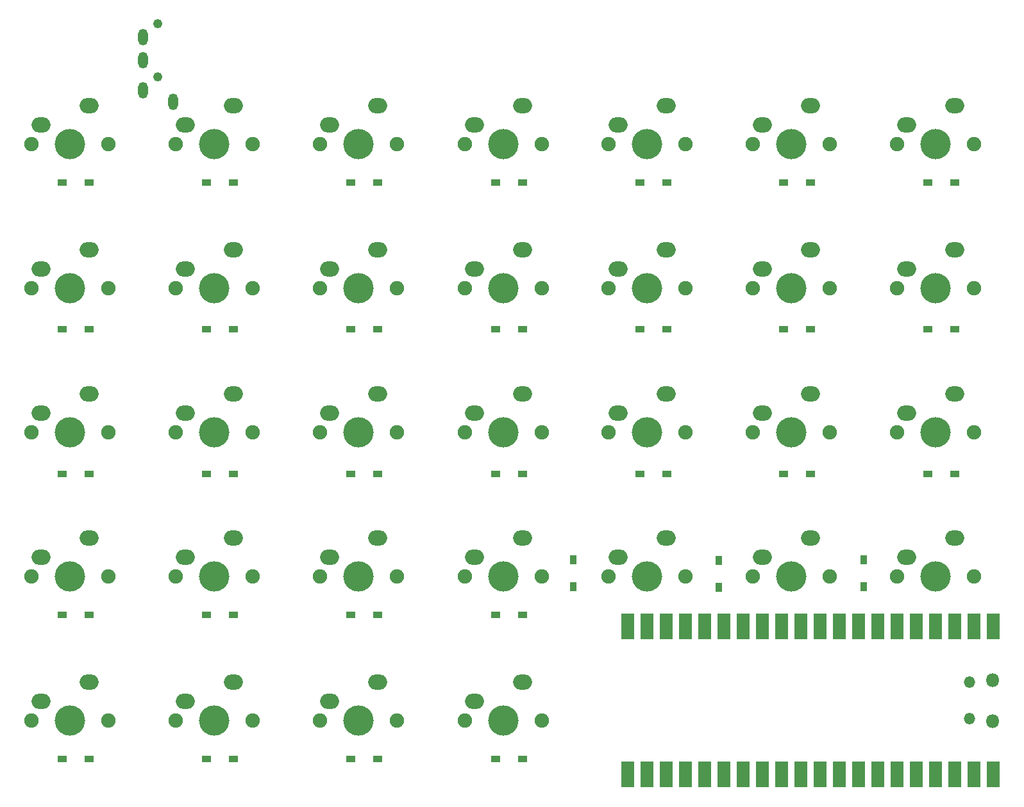
<source format=gbr>
%TF.GenerationSoftware,KiCad,Pcbnew,(7.0.0-0)*%
%TF.CreationDate,2023-03-19T23:49:49+09:00*%
%TF.ProjectId,11111_pcb,31313131-315f-4706-9362-2e6b69636164,rev?*%
%TF.SameCoordinates,Original*%
%TF.FileFunction,Soldermask,Bot*%
%TF.FilePolarity,Negative*%
%FSLAX46Y46*%
G04 Gerber Fmt 4.6, Leading zero omitted, Abs format (unit mm)*
G04 Created by KiCad (PCBNEW (7.0.0-0)) date 2023-03-19 23:49:49*
%MOMM*%
%LPD*%
G01*
G04 APERTURE LIST*
%ADD10C,1.900000*%
%ADD11C,4.000000*%
%ADD12O,2.500000X2.000000*%
%ADD13R,1.300000X0.950000*%
%ADD14R,0.950000X1.300000*%
%ADD15C,1.210000*%
%ADD16O,1.300000X2.200000*%
%ADD17O,1.800000X1.800000*%
%ADD18O,1.500000X1.500000*%
%ADD19R,1.700000X3.500000*%
G04 APERTURE END LIST*
D10*
%TO.C,SW54*%
X268835987Y-95212000D03*
D11*
X273915987Y-95212000D03*
D10*
X278995987Y-95212000D03*
D12*
X270105986Y-92671999D03*
X276455986Y-90131999D03*
%TD*%
D10*
%TO.C,SW13*%
X287835987Y-38062000D03*
D11*
X292915987Y-38062000D03*
D10*
X297995987Y-38062000D03*
D12*
X289105986Y-35521999D03*
X295455986Y-32981999D03*
%TD*%
D13*
%TO.C,D39*%
X253925986Y-81611999D03*
X257475986Y-81611999D03*
%TD*%
%TO.C,D14*%
X310990986Y-43161999D03*
X314540986Y-43161999D03*
%TD*%
D10*
%TO.C,SW8*%
X192635987Y-38062000D03*
D11*
X197715987Y-38062000D03*
D10*
X202795987Y-38062000D03*
D12*
X193905986Y-35521999D03*
X200255986Y-32981999D03*
%TD*%
D13*
%TO.C,D52*%
X234810986Y-100291999D03*
X238360986Y-100291999D03*
%TD*%
%TO.C,D28*%
X310990986Y-62481999D03*
X314540986Y-62481999D03*
%TD*%
%TO.C,D22*%
X196675986Y-62481999D03*
X200225986Y-62481999D03*
%TD*%
%TO.C,D42*%
X310990986Y-81611999D03*
X314540986Y-81611999D03*
%TD*%
%TO.C,D26*%
X272950986Y-62481999D03*
X276500986Y-62481999D03*
%TD*%
%TO.C,D27*%
X291905986Y-62481999D03*
X295455986Y-62481999D03*
%TD*%
D10*
%TO.C,SW61*%
X192635987Y-114262000D03*
D11*
X197715987Y-114262000D03*
D10*
X202795987Y-114262000D03*
D12*
X193905986Y-111721999D03*
X200255986Y-109181999D03*
%TD*%
D10*
%TO.C,SW26*%
X268835987Y-57112000D03*
D11*
X273915987Y-57112000D03*
D10*
X278995987Y-57112000D03*
D12*
X270105986Y-54571999D03*
X276455986Y-52031999D03*
%TD*%
D10*
%TO.C,SW22*%
X192635987Y-57112000D03*
D11*
X197715987Y-57112000D03*
D10*
X202795987Y-57112000D03*
D12*
X193905986Y-54571999D03*
X200255986Y-52031999D03*
%TD*%
D13*
%TO.C,D41*%
X291905986Y-81611999D03*
X295455986Y-81611999D03*
%TD*%
%TO.C,D40*%
X272950986Y-81611999D03*
X276500986Y-81611999D03*
%TD*%
D14*
%TO.C,D56*%
X302499999Y-96539999D03*
X302499999Y-92989999D03*
%TD*%
D13*
%TO.C,D38*%
X234810986Y-81611999D03*
X238360986Y-81611999D03*
%TD*%
D10*
%TO.C,SW62*%
X211635987Y-114262000D03*
D11*
X216715987Y-114262000D03*
D10*
X221795987Y-114262000D03*
D12*
X212905986Y-111721999D03*
X219255986Y-109181999D03*
%TD*%
D10*
%TO.C,SW23*%
X211635987Y-57112000D03*
D11*
X216715987Y-57112000D03*
D10*
X221795987Y-57112000D03*
D12*
X212905986Y-54571999D03*
X219255986Y-52031999D03*
%TD*%
D13*
%TO.C,D53*%
X253925986Y-100291999D03*
X257475986Y-100291999D03*
%TD*%
%TO.C,D9*%
X215725986Y-43161999D03*
X219275986Y-43161999D03*
%TD*%
D10*
%TO.C,SW12*%
X268835987Y-38062000D03*
D11*
X273915987Y-38062000D03*
D10*
X278995987Y-38062000D03*
D12*
X270105986Y-35521999D03*
X276455986Y-32981999D03*
%TD*%
D10*
%TO.C,SW40*%
X268835987Y-76162000D03*
D11*
X273915987Y-76162000D03*
D10*
X278995987Y-76162000D03*
D12*
X270105986Y-73621999D03*
X276455986Y-71081999D03*
%TD*%
D14*
%TO.C,D55*%
X283379999Y-96639999D03*
X283379999Y-93089999D03*
%TD*%
D13*
%TO.C,D36*%
X196675986Y-81611999D03*
X200225986Y-81611999D03*
%TD*%
%TO.C,D62*%
X215725986Y-119361999D03*
X219275986Y-119361999D03*
%TD*%
%TO.C,D13*%
X291905986Y-43161999D03*
X295455986Y-43161999D03*
%TD*%
D10*
%TO.C,SW53*%
X249835987Y-95212000D03*
D11*
X254915987Y-95212000D03*
D10*
X259995987Y-95212000D03*
D12*
X251105986Y-92671999D03*
X257455986Y-90131999D03*
%TD*%
D14*
%TO.C,D54*%
X264159999Y-96539999D03*
X264159999Y-92989999D03*
%TD*%
D13*
%TO.C,D64*%
X253925986Y-119361999D03*
X257475986Y-119361999D03*
%TD*%
D10*
%TO.C,SW28*%
X306935987Y-57112000D03*
D11*
X312015987Y-57112000D03*
D10*
X317095987Y-57112000D03*
D12*
X308205986Y-54571999D03*
X314555986Y-52031999D03*
%TD*%
D10*
%TO.C,SW51*%
X211635987Y-95212000D03*
D11*
X216715987Y-95212000D03*
D10*
X221795987Y-95212000D03*
D12*
X212905986Y-92671999D03*
X219255986Y-90131999D03*
%TD*%
D13*
%TO.C,D23*%
X215725986Y-62481999D03*
X219275986Y-62481999D03*
%TD*%
D10*
%TO.C,SW37*%
X211635987Y-76162000D03*
D11*
X216715987Y-76162000D03*
D10*
X221795987Y-76162000D03*
D12*
X212905986Y-73621999D03*
X219255986Y-71081999D03*
%TD*%
D10*
%TO.C,SW56*%
X306935987Y-95212000D03*
D11*
X312015987Y-95212000D03*
D10*
X317095987Y-95212000D03*
D12*
X308205986Y-92671999D03*
X314555986Y-90131999D03*
%TD*%
D13*
%TO.C,D63*%
X234810986Y-119361999D03*
X238360986Y-119361999D03*
%TD*%
D10*
%TO.C,SW9*%
X211635987Y-38062000D03*
D11*
X216715987Y-38062000D03*
D10*
X221795987Y-38062000D03*
D12*
X212905986Y-35521999D03*
X219255986Y-32981999D03*
%TD*%
D10*
%TO.C,SW27*%
X287835987Y-57112000D03*
D11*
X292915987Y-57112000D03*
D10*
X297995987Y-57112000D03*
D12*
X289105986Y-54571999D03*
X295455986Y-52031999D03*
%TD*%
D10*
%TO.C,SW14*%
X306935987Y-38062000D03*
D11*
X312015987Y-38062000D03*
D10*
X317095987Y-38062000D03*
D12*
X308205986Y-35521999D03*
X314555986Y-32981999D03*
%TD*%
D10*
%TO.C,SW50*%
X192635987Y-95212000D03*
D11*
X197715987Y-95212000D03*
D10*
X202795987Y-95212000D03*
D12*
X193905986Y-92671999D03*
X200255986Y-90131999D03*
%TD*%
D10*
%TO.C,SW38*%
X230735987Y-76162000D03*
D11*
X235815987Y-76162000D03*
D10*
X240895987Y-76162000D03*
D12*
X232005986Y-73621999D03*
X238355986Y-71081999D03*
%TD*%
D10*
%TO.C,SW11*%
X249835987Y-38062000D03*
D11*
X254915987Y-38062000D03*
D10*
X259995987Y-38062000D03*
D12*
X251105986Y-35521999D03*
X257455986Y-32981999D03*
%TD*%
D13*
%TO.C,D50*%
X196675986Y-100291999D03*
X200225986Y-100291999D03*
%TD*%
D10*
%TO.C,SW52*%
X230735987Y-95212000D03*
D11*
X235815987Y-95212000D03*
D10*
X240895987Y-95212000D03*
D12*
X232005986Y-92671999D03*
X238355986Y-90131999D03*
%TD*%
D13*
%TO.C,D10*%
X234810986Y-43161999D03*
X238360986Y-43161999D03*
%TD*%
D10*
%TO.C,SW39*%
X249835987Y-76162000D03*
D11*
X254915987Y-76162000D03*
D10*
X259995987Y-76162000D03*
D12*
X251105986Y-73621999D03*
X257455986Y-71081999D03*
%TD*%
D13*
%TO.C,D61*%
X196675986Y-119361999D03*
X200225986Y-119361999D03*
%TD*%
D10*
%TO.C,SW55*%
X287835987Y-95212000D03*
D11*
X292915987Y-95212000D03*
D10*
X297995987Y-95212000D03*
D12*
X289105986Y-92671999D03*
X295455986Y-90131999D03*
%TD*%
D10*
%TO.C,SW24*%
X230735987Y-57112000D03*
D11*
X235815987Y-57112000D03*
D10*
X240895987Y-57112000D03*
D12*
X232005986Y-54571999D03*
X238355986Y-52031999D03*
%TD*%
D13*
%TO.C,D51*%
X215725986Y-100291999D03*
X219275986Y-100291999D03*
%TD*%
D10*
%TO.C,SW25*%
X249835987Y-57112000D03*
D11*
X254915987Y-57112000D03*
D10*
X259995987Y-57112000D03*
D12*
X251105986Y-54571999D03*
X257455986Y-52031999D03*
%TD*%
D15*
%TO.C,J2*%
X209320000Y-22120000D03*
X209320000Y-29120000D03*
D16*
X211319999Y-32419999D03*
X207319999Y-23919999D03*
X207319999Y-26919999D03*
X207319999Y-30919999D03*
%TD*%
D13*
%TO.C,D24*%
X234810986Y-62481999D03*
X238360986Y-62481999D03*
%TD*%
%TO.C,D25*%
X253925986Y-62481999D03*
X257475986Y-62481999D03*
%TD*%
D10*
%TO.C,SW10*%
X230735987Y-38062000D03*
D11*
X235815987Y-38062000D03*
D10*
X240895987Y-38062000D03*
D12*
X232005986Y-35521999D03*
X238355986Y-32981999D03*
%TD*%
D13*
%TO.C,D8*%
X196675986Y-43161999D03*
X200225986Y-43161999D03*
%TD*%
D10*
%TO.C,SW64*%
X249835987Y-114262000D03*
D11*
X254915987Y-114262000D03*
D10*
X259995987Y-114262000D03*
D12*
X251105986Y-111721999D03*
X257455986Y-109181999D03*
%TD*%
D13*
%TO.C,D37*%
X215725986Y-81611999D03*
X219275986Y-81611999D03*
%TD*%
%TO.C,D12*%
X272950986Y-43161999D03*
X276500986Y-43161999D03*
%TD*%
D10*
%TO.C,SW41*%
X287835987Y-76162000D03*
D11*
X292915987Y-76162000D03*
D10*
X297995987Y-76162000D03*
D12*
X289105986Y-73621999D03*
X295455986Y-71081999D03*
%TD*%
D10*
%TO.C,SW42*%
X306935987Y-76162000D03*
D11*
X312015987Y-76162000D03*
D10*
X317095987Y-76162000D03*
D12*
X308205986Y-73621999D03*
X314555986Y-71081999D03*
%TD*%
D13*
%TO.C,D11*%
X253925986Y-43161999D03*
X257475986Y-43161999D03*
%TD*%
D10*
%TO.C,SW36*%
X192635987Y-76162000D03*
D11*
X197715987Y-76162000D03*
D10*
X202795987Y-76162000D03*
D12*
X193905986Y-73621999D03*
X200255986Y-71081999D03*
%TD*%
D10*
%TO.C,SW63*%
X230735987Y-114262000D03*
D11*
X235815987Y-114262000D03*
D10*
X240895987Y-114262000D03*
D12*
X232005986Y-111721999D03*
X238355986Y-109181999D03*
%TD*%
D17*
%TO.C,U2*%
X319515986Y-114319999D03*
D18*
X316485986Y-114019999D03*
X316485986Y-109169999D03*
D17*
X319515986Y-108869999D03*
D19*
X319645986Y-121384999D03*
X317105986Y-121384999D03*
X314565986Y-121384999D03*
X312025986Y-121384999D03*
X309485986Y-121384999D03*
X306945986Y-121384999D03*
X304405986Y-121384999D03*
X301865986Y-121384999D03*
X299325986Y-121384999D03*
X296785986Y-121384999D03*
X294245986Y-121384999D03*
X291705986Y-121384999D03*
X289165986Y-121384999D03*
X286625986Y-121384999D03*
X284085986Y-121384999D03*
X281545986Y-121384999D03*
X279005986Y-121384999D03*
X276465986Y-121384999D03*
X273925986Y-121384999D03*
X271385986Y-121384999D03*
X271385986Y-101804999D03*
X273925986Y-101804999D03*
X276465986Y-101804999D03*
X279005986Y-101804999D03*
X281545986Y-101804999D03*
X284085986Y-101804999D03*
X286625986Y-101804999D03*
X289165986Y-101804999D03*
X291705986Y-101804999D03*
X294245986Y-101804999D03*
X296785986Y-101804999D03*
X299325986Y-101804999D03*
X301865986Y-101804999D03*
X304405986Y-101804999D03*
X306945986Y-101804999D03*
X309485986Y-101804999D03*
X312025986Y-101804999D03*
X314565986Y-101804999D03*
X317105986Y-101804999D03*
X319645986Y-101804999D03*
%TD*%
M02*

</source>
